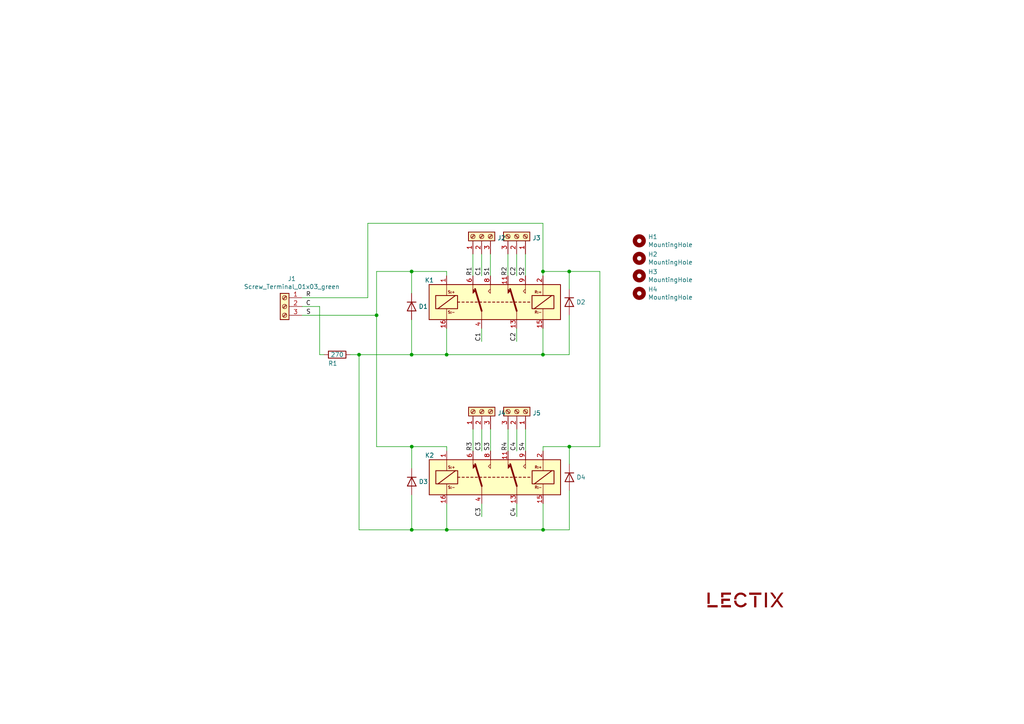
<source format=kicad_sch>
(kicad_sch (version 20211123) (generator eeschema)
  (paper "A4")
  (title_block (title "LEC022102 - Relais bistable universel 12V 4RT") (date "2023-04-19") (rev "1.0") (company "LECTIX"))
  (lib_symbols
    (symbol "0_connectors:Screw_Terminal_01x03_green" (pin_names (offset 1.016) hide)
      (property "Reference" "J" (at 0 5.08 0))
      (property "Value" "0_connectors_Screw_Terminal_01x03_green" (at 0 -5.08 0))
      (symbol "Screw_Terminal_01x03_green_1_1"
        (rectangle (start -1.27 3.81) (end 1.27 -3.81) (stroke (width 0.254)) (fill (type background)))
        (circle (center 0 -2.54) (radius 0.635) (stroke (width 0.1524)))
        (polyline (pts (xy -0.5334 -2.2098) (xy 0.3302 -3.048)) (stroke (width 0.1524)))
        (polyline (pts (xy -0.5334 0.3302) (xy 0.3302 -0.508)) (stroke (width 0.1524)))
        (polyline (pts (xy -0.5334 2.8702) (xy 0.3302 2.032)) (stroke (width 0.1524)))
        (polyline (pts (xy -0.3556 -2.032) (xy 0.508 -2.8702)) (stroke (width 0.1524)))
        (polyline (pts (xy -0.3556 0.508) (xy 0.508 -0.3302)) (stroke (width 0.1524)))
        (polyline (pts (xy -0.3556 3.048) (xy 0.508 2.2098)) (stroke (width 0.1524)))
        (circle (center 0 0) (radius 0.635) (stroke (width 0.1524)))
        (circle (center 0 2.54) (radius 0.635) (stroke (width 0.1524)))
        (pin passive line (at -5.08 2.54 0) (length 3.81) (name "Pin_1") (number "1"))
        (pin passive line (at -5.08 0 0) (length 3.81) (name "Pin_2") (number "2"))
        (pin passive line (at -5.08 -2.54 0) (length 3.81) (name "Pin_3") (number "3"))
      )
    )
    (symbol "0_logos:logo_lectix_25mm" (pin_names (offset 1.016))
      (symbol "logo_lectix_25mm_0_0"
        (polyline (pts (xy -10.1092 2.0574) (xy -10.668 2.0574) (xy -10.668 -1.1176) (xy -10.1092 -1.1176) (xy -10.1092 2.0574)) (stroke (width 0.0254)) (fill (type outline)))
        (polyline (pts (xy -7.7978 -1.5748) (xy -10.668 -1.5748) (xy -10.668 -2.1336) (xy -7.7978 -2.1336) (xy -7.7978 -1.5748)) (stroke (width 0.0254)) (fill (type outline)))
        (polyline (pts (xy -3.937 -1.5748) (xy -6.6548 -1.5748) (xy -6.6548 -2.1336) (xy -3.937 -2.1336) (xy -3.937 -1.5748)) (stroke (width 0.0254)) (fill (type outline)))
        (polyline (pts (xy 3.429 1.0922) (xy 2.8702 1.0922) (xy 2.8702 -2.1082) (xy 3.429 -2.1082) (xy 3.429 1.0922)) (stroke (width 0.0254)) (fill (type outline)))
        (polyline (pts (xy 4.8768 2.0828) (xy 1.4478 2.0828) (xy 1.4478 1.524) (xy 4.8768 1.524) (xy 4.8768 2.0828)) (stroke (width 0.0254)) (fill (type outline)))
        (polyline (pts (xy 6.5278 2.0828) (xy 5.9944 2.0828) (xy 5.9944 -2.1082) (xy 6.5278 -2.1082) (xy 6.5278 2.0828)) (stroke (width 0.0254)) (fill (type outline)))
        (polyline (pts (xy -6.1214 -0.254) (xy -4.2164 -0.254) (xy -4.2164 0.3048) (xy -6.6548 0.3048) (xy -6.6548 -1.1176) (xy -6.1214 -1.1176) (xy -6.1214 -0.254)) (stroke (width 0.0254)) (fill (type outline)))
        (polyline (pts (xy -6.1214 1.5494) (xy -3.937 1.5494) (xy -3.937 2.0828) (xy -6.6802 2.0828) (xy -6.6802 0.762) (xy -6.1214 0.762) (xy -6.1214 1.5494)) (stroke (width 0.0254)) (fill (type outline)))
        (polyline (pts (xy 8.9916 0.381) (xy 9.017 0.4318) (xy 9.0424 0.4572) (xy 9.0678 0.508) (xy 9.0932 0.5334) (xy 9.1186 0.5842) (xy 9.144 0.6096) (xy 9.144 0.635) (xy 9.1694 0.635) (xy 9.1694 0.6604) (xy 9.1186 0.7112) (xy 9.0678 0.8128) (xy 9.017 0.8636) (xy 8.9916 0.9144) (xy 8.9408 0.9906) (xy 8.89 1.0414) (xy 8.8392 1.1176) (xy 8.763 1.1938) (xy 8.7122 1.2954) (xy 8.6614 1.3716) (xy 8.128 2.0828) (xy 7.5692 2.0828) (xy 7.5692 2.0574) (xy 7.5946 2.0574) (xy 7.5946 2.032) (xy 7.6454 1.9812) (xy 7.6708 1.9304) (xy 7.7216 1.8796) (xy 7.747 1.8034) (xy 7.7978 1.7526) (xy 7.8994 1.6002) (xy 7.9756 1.524) (xy 8.0264 1.4478) (xy 8.1026 1.3462) (xy 8.1534 1.2446) (xy 8.2296 1.1684) (xy 8.255 1.1176) (xy 8.3312 1.0414) (xy 8.382 0.9398) (xy 8.4582 0.8636) (xy 8.509 0.762) (xy 8.5598 0.6858) (xy 8.6868 0.5588) (xy 8.7122 0.4826) (xy 8.763 0.4318) (xy 8.7884 0.381) (xy 8.8392 0.3556) (xy 8.8646 0.3048) (xy 8.8646 0.2794) (xy 8.89 0.2794) (xy 8.9916 0.381)) (stroke (width 0.0254)) (fill (type outline)))
        (polyline (pts (xy -2.3622 0.2794) (xy -2.3368 0.381) (xy -2.3368 0.508) (xy -2.3114 0.6096) (xy -2.286 0.6858) (xy -2.2352 0.8128) (xy -2.1844 0.9144) (xy -2.032 1.1176) (xy -1.9304 1.1938) (xy -1.8542 1.2954) (xy -1.7526 1.3462) (xy -1.6256 1.4224) (xy -1.524 1.4732) (xy -1.397 1.524) (xy -1.27 1.5494) (xy -0.8636 1.5494) (xy -0.762 1.524) (xy -0.635 1.4986) (xy -0.5334 1.4478) (xy -0.4064 1.397) (xy -0.3048 1.3462) (xy -0.2032 1.27) (xy -0.0508 1.1176) (xy 0.0508 0.9652) (xy 0.1016 0.9144) (xy 0.1016 0.889) (xy 0.127 0.8636) (xy 0.1778 0.8636) (xy 0.2286 0.9144) (xy 0.2794 0.9398) (xy 0.3048 0.9652) (xy 0.4064 1.016) (xy 0.4318 1.0414) (xy 0.4826 1.0668) (xy 0.5334 1.1176) (xy 0.5588 1.1176) (xy 0.5842 1.143) (xy 0.5842 1.1684) (xy 0.5588 1.1938) (xy 0.5588 1.2192) (xy 0.5334 1.2192) (xy 0.4572 1.3462) (xy 0.3556 1.4478) (xy 0.254 1.5748) (xy 0.1524 1.6764) (xy -0.2286 1.905) (xy -0.5334 2.0066) (xy -0.6604 2.0574) (xy -0.8128 2.0828) (xy -1.27 2.0828) (xy -1.3208 2.0574) (xy -1.4478 2.032) (xy -1.6002 2.0066) (xy -1.7272 1.9558) (xy -1.8034 1.9304) (xy -1.9558 1.8542) (xy -2.0828 1.778) (xy -2.1844 1.7018) (xy -2.3114 1.6002) (xy -2.413 1.4986) (xy -2.5146 1.3716) (xy -2.5908 1.27) (xy -2.7432 1.016) (xy -2.794 0.8636) (xy -2.8448 0.7366) (xy -2.8702 0.5842) (xy -2.8956 0.4572) (xy -2.8956 0.3048) (xy -2.921 0.1778) (xy -2.3622 0.1778) (xy -2.3622 0.2794)) (stroke (width 0.0254)) (fill (type outline)))
        (polyline (pts (xy -0.8636 -2.1082) (xy -0.6604 -2.1082) (xy -0.6096 -2.0828) (xy -0.4826 -2.0574) (xy -0.1778 -1.9558) (xy 0.0762 -1.8034) (xy 0.2032 -1.7018) (xy 0.3048 -1.6002) (xy 0.4318 -1.4986) (xy 0.5334 -1.3716) (xy 0.6096 -1.2446) (xy 0.635 -1.1938) (xy 0.6858 -1.143) (xy 0.6604 -1.1176) (xy 0.635 -1.1176) (xy 0.6096 -1.0922) (xy 0.5842 -1.0922) (xy 0.5588 -1.0668) (xy 0.3556 -0.9652) (xy 0.3302 -0.9398) (xy 0.2794 -0.9398) (xy 0.254 -0.9144) (xy 0.2032 -0.889) (xy 0.1778 -0.889) (xy 0.1778 -0.8636) (xy 0.1524 -0.889) (xy 0.1524 -0.9144) (xy 0.127 -0.9652) (xy -0.0254 -1.1684) (xy -0.3302 -1.397) (xy -0.4318 -1.4478) (xy -0.6858 -1.5494) (xy -0.7874 -1.5748) (xy -0.8382 -1.5748) (xy -0.9144 -1.6002) (xy -1.1684 -1.6002) (xy -1.27 -1.5748) (xy -1.397 -1.5494) (xy -1.651 -1.4478) (xy -1.7526 -1.3716) (xy -1.8542 -1.3208) (xy -1.8542 -1.2954) (xy -1.9558 -1.2192) (xy -2.0574 -1.1176) (xy -2.1336 -1.016) (xy -2.1844 -0.9144) (xy -2.2606 -0.8128) (xy -2.286 -0.6858) (xy -2.3368 -0.5588) (xy -2.3622 -0.4572) (xy -2.3622 -0.254) (xy -2.921 -0.254) (xy -2.921 -0.4318) (xy -2.8956 -0.4572) (xy -2.8956 -0.6096) (xy -2.8448 -0.762) (xy -2.794 -0.889) (xy -2.7432 -1.0414) (xy -2.5908 -1.2954) (xy -2.3876 -1.5494) (xy -2.3368 -1.5748) (xy -2.286 -1.651) (xy -2.2098 -1.7018) (xy -2.159 -1.7526) (xy -2.0828 -1.8034) (xy -2.0574 -1.8034) (xy -1.8034 -1.9558) (xy -1.651 -2.0066) (xy -1.524 -2.0574) (xy -1.3716 -2.0828) (xy -1.2446 -2.1082) (xy -1.1938 -2.1082) (xy -1.1684 -2.1336) (xy -0.9144 -2.1336) (xy -0.8636 -2.1082)) (stroke (width 0.0254)) (fill (type outline)))
        (polyline (pts (xy 11.2014 -2.0574) (xy 11.1506 -2.0066) (xy 11.1252 -1.9558) (xy 11.0236 -1.8542) (xy 10.8204 -1.5494) (xy 10.7442 -1.4478) (xy 10.6934 -1.3716) (xy 10.4648 -1.0668) (xy 10.4394 -1.016) (xy 10.287 -0.8128) (xy 10.2362 -0.7366) (xy 10.16 -0.635) (xy 10.1092 -0.5588) (xy 10.033 -0.4826) (xy 9.8806 -0.254) (xy 9.8552 -0.2032) (xy 9.8044 -0.1524) (xy 9.779 -0.1016) (xy 9.7536 -0.0762) (xy 9.7536 -0.0508) (xy 9.7282 -0.0508) (xy 9.7282 -0.0254) (xy 9.779 0.0254) (xy 9.8044 0.0762) (xy 9.8298 0.1016) (xy 9.8806 0.1778) (xy 9.906 0.2286) (xy 9.9568 0.3048) (xy 10.033 0.381) (xy 10.1346 0.5334) (xy 10.2108 0.6096) (xy 10.2616 0.7112) (xy 10.4902 1.016) (xy 11.2522 2.0574) (xy 10.668 2.0574) (xy 10.668 2.032) (xy 10.6426 2.0066) (xy 10.5918 1.905) (xy 10.4902 1.8034) (xy 10.3886 1.651) (xy 10.3124 1.5748) (xy 10.2616 1.4732) (xy 10.033 1.1684) (xy 9.9314 1.0414) (xy 9.8552 0.9398) (xy 9.7536 0.8128) (xy 9.6774 0.6858) (xy 9.5758 0.5334) (xy 9.4742 0.4064) (xy 9.3726 0.254) (xy 9.271 0.127) (xy 9.1694 -0.0254) (xy 7.6454 -2.0828) (xy 8.2296 -2.0828) (xy 8.255 -2.0574) (xy 8.255 -2.032) (xy 8.3058 -1.9812) (xy 8.3312 -1.9304) (xy 8.382 -1.8796) (xy 8.4074 -1.8288) (xy 8.5598 -1.6002) (xy 8.636 -1.524) (xy 8.6868 -1.4478) (xy 8.763 -1.3462) (xy 8.8392 -1.27) (xy 8.89 -1.1938) (xy 8.9408 -1.0922) (xy 9.017 -1.016) (xy 9.2202 -0.7112) (xy 9.3218 -0.6096) (xy 9.3726 -0.508) (xy 9.4234 -0.4572) (xy 9.4234 -0.4318) (xy 9.4488 -0.4318) (xy 9.4488 -0.4572) (xy 9.525 -0.5334) (xy 9.5504 -0.5842) (xy 9.6012 -0.635) (xy 9.6266 -0.7112) (xy 9.6774 -0.762) (xy 9.779 -0.9144) (xy 9.8552 -0.9906) (xy 9.906 -1.0922) (xy 9.9822 -1.1684) (xy 10.033 -1.27) (xy 10.6426 -2.1082) (xy 11.2014 -2.1082) (xy 11.2014 -2.0574)) (stroke (width 0.0254)) (fill (type outline)))
      )
    )
    (symbol "0_relays:HFD2-012-M-L2"
      (property "Reference" "K" (at 21.59 3.81 0))
      (property "Value" "0_relays_HFD2-012-M-L2" (at 21.59 1.27 0))
      (symbol "HFD2-012-M-L2_0_0"
        (text "R:+" (at 13.843 2.921 0) (effects (font (size 0.762 0.762))))
        (text "R:-" (at 13.843 -2.921 0) (effects (font (size 0.762 0.762))))
        (text "S:+" (at -11.303 2.921 0) (effects (font (size 0.762 0.762))))
        (text "S:-" (at -11.303 -2.921 0) (effects (font (size 0.762 0.762))))
      )
      (symbol "HFD2-012-M-L2_0_1"
        (rectangle (start -17.78 5.08) (end 20.32 -5.08) (stroke (width 0.254)) (fill (type background)))
        (rectangle (start -15.875 1.905) (end -9.525 -1.905) (stroke (width 0.254)))
        (polyline (pts (xy -15.24 -1.905) (xy -10.16 1.905)) (stroke (width 0.254)))
        (polyline (pts (xy -12.7 -5.08) (xy -12.7 -1.905)))
        (polyline (pts (xy -12.7 5.08) (xy -12.7 1.905)))
        (polyline (pts (xy -9.525 0) (xy -8.89 0)) (stroke (width 0.254)))
        (polyline (pts (xy -8.255 0) (xy -7.62 0)) (stroke (width 0.254)))
        (polyline (pts (xy -6.985 0) (xy -6.35 0)) (stroke (width 0.254)))
        (polyline (pts (xy -5.715 0) (xy -5.08 0)) (stroke (width 0.254)))
        (polyline (pts (xy -4.445 0) (xy -3.81 0)) (stroke (width 0.254)))
        (polyline (pts (xy -3.175 0) (xy -2.54 0)) (stroke (width 0.254)))
        (polyline (pts (xy -2.54 -2.54) (xy -4.445 3.81)) (stroke (width 0.508)))
        (polyline (pts (xy -2.54 -2.54) (xy -2.54 -5.08)))
        (polyline (pts (xy -1.905 0) (xy -1.27 0)) (stroke (width 0.254)))
        (polyline (pts (xy -0.635 0) (xy 0 0)) (stroke (width 0.254)))
        (polyline (pts (xy 0.635 0) (xy 1.27 0)) (stroke (width 0.254)))
        (polyline (pts (xy 1.905 0) (xy 2.54 0)) (stroke (width 0.254)))
        (polyline (pts (xy 3.175 0) (xy 3.81 0)) (stroke (width 0.254)))
        (polyline (pts (xy 4.445 0) (xy 5.08 0)) (stroke (width 0.254)))
        (polyline (pts (xy 5.715 0) (xy 6.35 0)) (stroke (width 0.254)))
        (polyline (pts (xy 6.985 0) (xy 7.62 0)) (stroke (width 0.254)))
        (polyline (pts (xy 7.62 -2.54) (xy 5.715 3.81)) (stroke (width 0.508)))
        (polyline (pts (xy 7.62 -2.54) (xy 7.62 -5.08)))
        (polyline (pts (xy 8.255 0) (xy 8.89 0)) (stroke (width 0.254)))
        (polyline (pts (xy 9.525 0) (xy 10.16 0)) (stroke (width 0.254)))
        (polyline (pts (xy 10.795 0) (xy 11.43 0)) (stroke (width 0.254)))
        (polyline (pts (xy 12.7 -1.905) (xy 17.78 1.905)) (stroke (width 0.254)))
        (polyline (pts (xy 15.24 -5.08) (xy 15.24 -1.905)))
        (polyline (pts (xy 15.24 5.08) (xy 15.24 1.905)))
        (polyline (pts (xy -5.08 5.08) (xy -5.08 2.54) (xy -4.445 3.175) (xy -5.08 3.81)) (fill (type outline)))
        (polyline (pts (xy 0 5.08) (xy 0 2.54) (xy -0.635 3.175) (xy 0 3.81)))
        (polyline (pts (xy 5.08 5.08) (xy 5.08 2.54) (xy 5.715 3.175) (xy 5.08 3.81)) (fill (type outline)))
        (polyline (pts (xy 10.16 5.08) (xy 10.16 2.54) (xy 9.525 3.175) (xy 10.16 3.81)))
        (rectangle (start 12.065 1.905) (end 18.415 -1.905) (stroke (width 0.254)))
      )
      (symbol "HFD2-012-M-L2_1_1"
        (pin passive line (at -12.7 7.62 270) (length 2.54) (name "~") (number "1"))
        (pin passive line (at 5.08 7.62 270) (length 2.54) (name "~") (number "11"))
        (pin passive line (at 7.62 -7.62 90) (length 2.54) (name "~") (number "13"))
        (pin passive line (at 15.24 -7.62 90) (length 2.54) (name "~") (number "15"))
        (pin passive line (at -12.7 -7.62 90) (length 2.54) (name "~") (number "16"))
        (pin passive line (at 15.24 7.62 270) (length 2.54) (name "~") (number "2"))
        (pin passive line (at -2.54 -7.62 90) (length 2.54) (name "~") (number "4"))
        (pin passive line (at -5.08 7.62 270) (length 2.54) (name "~") (number "6"))
        (pin passive line (at 0 7.62 270) (length 2.54) (name "~") (number "8"))
        (pin passive line (at 10.16 7.62 270) (length 2.54) (name "~") (number "9"))
      )
    )
    (symbol "Device:R" (pin_numbers hide) (pin_names (offset 0))
      (property "Reference" "R" (at 2.032 0 90))
      (property "Value" "R" (at 0 0 90))
      (symbol "R_0_1"
        (rectangle (start -1.016 -2.54) (end 1.016 2.54) (stroke (width 0.254)))
      )
      (symbol "R_1_1"
        (pin passive line (at 0 3.81 270) (length 1.27) (name "~") (number "1"))
        (pin passive line (at 0 -3.81 90) (length 1.27) (name "~") (number "2"))
      )
    )
    (symbol "Diode:1N4148W" (pin_numbers hide) (pin_names (offset 1.016) hide)
      (property "Reference" "D" (at 0 2.54 0))
      (property "Value" "1N4148W" (at 0 -2.54 0))
      (symbol "1N4148W_0_1"
        (polyline (pts (xy -1.27 1.27) (xy -1.27 -1.27)) (stroke (width 0.254)))
        (polyline (pts (xy 1.27 0) (xy -1.27 0)))
        (polyline (pts (xy 1.27 1.27) (xy 1.27 -1.27) (xy -1.27 0) (xy 1.27 1.27)) (stroke (width 0.254)))
      )
      (symbol "1N4148W_1_1"
        (pin passive line (at -3.81 0 0) (length 2.54) (name "K") (number "1"))
        (pin passive line (at 3.81 0 180) (length 2.54) (name "A") (number "2"))
      )
    )
    (symbol "Mechanical:MountingHole" (pin_names (offset 1.016))
      (property "Reference" "H" (at 0 5.08 0))
      (property "Value" "MountingHole" (at 0 3.175 0))
      (symbol "MountingHole_0_1"
        (circle (center 0 0) (radius 1.27) (stroke (width 1.27)))
      )
    )
    (symbol "Screw_Terminal_01x03_blue_1" (pin_names (offset 1.016) hide)
      (property "Reference" "J" (at 0 5.08 0))
      (symbol "Screw_Terminal_01x03_blue_1_1_1"
        (rectangle (start -1.27 3.81) (end 1.27 -3.81) (stroke (width 0.254)) (fill (type background)))
        (circle (center 0 -2.54) (radius 0.635) (stroke (width 0.1524)))
        (polyline (pts (xy -0.5334 -2.2098) (xy 0.3302 -3.048)) (stroke (width 0.1524)))
        (polyline (pts (xy -0.5334 0.3302) (xy 0.3302 -0.508)) (stroke (width 0.1524)))
        (polyline (pts (xy -0.5334 2.8702) (xy 0.3302 2.032)) (stroke (width 0.1524)))
        (polyline (pts (xy -0.3556 -2.032) (xy 0.508 -2.8702)) (stroke (width 0.1524)))
        (polyline (pts (xy -0.3556 0.508) (xy 0.508 -0.3302)) (stroke (width 0.1524)))
        (polyline (pts (xy -0.3556 3.048) (xy 0.508 2.2098)) (stroke (width 0.1524)))
        (circle (center 0 0) (radius 0.635) (stroke (width 0.1524)))
        (circle (center 0 2.54) (radius 0.635) (stroke (width 0.1524)))
        (pin passive line (at -5.08 2.54 0) (length 3.81) (name "Pin_1") (number "1"))
        (pin passive line (at -5.08 0 0) (length 3.81) (name "Pin_2") (number "2"))
        (pin passive line (at -5.08 -2.54 0) (length 3.81) (name "Pin_3") (number "3"))
      )
    )
  )
  (junction (at 165.137 129.54))
  (junction (at 119.417 129.54))
  (junction (at 129.577 153.67))
  (junction (at 157.48 102.87))
  (junction (at 119.38 78.74))
  (junction (at 157.48 78.74))
  (junction (at 119.417 153.67))
  (junction (at 104.14 102.87))
  (junction (at 157.517 153.67))
  (junction (at 119.38 102.87))
  (junction (at 165.1 78.74))
  (junction (at 109.22 91.44))
  (junction (at 129.54 102.87))
  (wire (pts (xy 139.737 124.46) (xy 139.737 130.81)))
  (wire (pts (xy 119.417 143.51) (xy 119.417 153.67)))
  (wire (pts (xy 92.71 88.9) (xy 92.71 102.87)))
  (wire (pts (xy 87.63 86.36) (xy 106.68 86.36)))
  (wire (pts (xy 119.417 135.89) (xy 119.417 129.54)))
  (wire (pts (xy 147.32 73.66) (xy 147.32 80.01)))
  (wire (pts (xy 165.137 129.54) (xy 173.99 129.54)))
  (wire (pts (xy 165.1 83.82) (xy 165.1 78.74)))
  (wire (pts (xy 165.1 91.44) (xy 165.1 102.87)))
  (wire (pts (xy 157.48 78.74) (xy 157.48 80.01)))
  (wire (pts (xy 173.99 78.74) (xy 165.1 78.74)))
  (wire (pts (xy 173.99 129.54) (xy 173.99 78.74)))
  (wire (pts (xy 104.14 102.87) (xy 119.38 102.87)))
  (wire (pts (xy 142.24 73.66) (xy 142.24 80.01)))
  (wire (pts (xy 165.137 153.67) (xy 157.517 153.67)))
  (wire (pts (xy 152.4 73.66) (xy 152.4 80.01)))
  (wire (pts (xy 92.71 88.9) (xy 87.63 88.9)))
  (wire (pts (xy 149.86 73.66) (xy 149.86 80.01)))
  (wire (pts (xy 157.48 102.87) (xy 157.48 95.25)))
  (wire (pts (xy 106.68 86.36) (xy 106.68 64.77)))
  (wire (pts (xy 152.437 124.46) (xy 152.437 130.81)))
  (wire (pts (xy 149.897 124.46) (xy 149.897 130.81)))
  (wire (pts (xy 137.197 124.46) (xy 137.197 130.81)))
  (wire (pts (xy 165.137 134.62) (xy 165.137 129.54)))
  (wire (pts (xy 129.54 102.87) (xy 157.48 102.87)))
  (wire (pts (xy 129.54 78.74) (xy 129.54 80.01)))
  (wire (pts (xy 109.22 78.74) (xy 119.38 78.74)))
  (wire (pts (xy 129.577 129.54) (xy 129.577 130.81)))
  (wire (pts (xy 92.71 102.87) (xy 93.98 102.87)))
  (wire (pts (xy 157.517 153.67) (xy 157.517 146.05)))
  (wire (pts (xy 165.1 102.87) (xy 157.48 102.87)))
  (wire (pts (xy 147.357 124.46) (xy 147.357 130.81)))
  (wire (pts (xy 165.137 142.24) (xy 165.137 153.67)))
  (wire (pts (xy 149.86 95.25) (xy 149.86 99.06)))
  (wire (pts (xy 139.7 73.66) (xy 139.7 80.01)))
  (wire (pts (xy 104.14 153.67) (xy 119.417 153.67)))
  (wire (pts (xy 157.517 129.54) (xy 157.517 130.81)))
  (wire (pts (xy 142.277 124.46) (xy 142.277 130.81)))
  (wire (pts (xy 109.22 129.54) (xy 119.417 129.54)))
  (wire (pts (xy 119.38 78.74) (xy 129.54 78.74)))
  (wire (pts (xy 119.38 92.71) (xy 119.38 102.87)))
  (wire (pts (xy 139.7 95.25) (xy 139.7 99.06)))
  (wire (pts (xy 119.38 85.09) (xy 119.38 78.74)))
  (wire (pts (xy 157.517 129.54) (xy 165.137 129.54)))
  (wire (pts (xy 129.54 95.25) (xy 129.54 102.87)))
  (wire (pts (xy 165.1 78.74) (xy 157.48 78.74)))
  (wire (pts (xy 137.16 73.66) (xy 137.16 80.01)))
  (wire (pts (xy 104.14 102.87) (xy 104.14 153.67)))
  (wire (pts (xy 149.897 146.05) (xy 149.897 149.86)))
  (wire (pts (xy 101.6 102.87) (xy 104.14 102.87)))
  (wire (pts (xy 157.48 64.77) (xy 157.48 78.74)))
  (wire (pts (xy 119.417 153.67) (xy 129.577 153.67)))
  (wire (pts (xy 109.22 91.44) (xy 109.22 78.74)))
  (wire (pts (xy 87.63 91.44) (xy 109.22 91.44)))
  (wire (pts (xy 139.737 146.05) (xy 139.737 149.86)))
  (wire (pts (xy 109.22 91.44) (xy 109.22 129.54)))
  (wire (pts (xy 119.38 102.87) (xy 129.54 102.87)))
  (wire (pts (xy 119.417 129.54) (xy 129.577 129.54)))
  (wire (pts (xy 106.68 64.77) (xy 157.48 64.77)))
  (wire (pts (xy 129.577 153.67) (xy 157.517 153.67)))
  (wire (pts (xy 129.577 146.05) (xy 129.577 153.67)))
  (label "S1" (at 142.24 80.01 90))
  (label "C1" (at 139.7 99.06 90))
  (label "C3" (at 139.737 130.81 90))
  (label "C2" (at 149.86 80.01 90))
  (label "S2" (at 152.4 80.01 90))
  (label "C2" (at 149.86 99.06 90))
  (label "R2" (at 147.32 80.01 90))
  (label "R3" (at 137.197 130.81 90))
  (label "S" (at 90.17 91.44 180))
  (label "R" (at 90.17 86.36 180))
  (label "S4" (at 152.437 130.81 90))
  (label "C1" (at 139.7 80.01 90))
  (label "C" (at 90.17 88.9 180))
  (label "C4" (at 149.897 149.86 90))
  (label "S3" (at 142.277 130.81 90))
  (label "C4" (at 149.897 130.81 90))
  (label "C3" (at 139.737 149.86 90))
  (label "R4" (at 147.357 130.81 90))
  (label "R1" (at 137.16 80.01 90))
  (symbol (lib_id "0_relays:HFD2-012-M-L2") (at 142.24 87.63 0) (unit 1)
    (property "Reference" "K1" (at 123.19 81.28 0) (effects (justify left)))
    (property "Value" "HFD2-012-M-L2" (effects hide))
    (property "Footprint" "0_relays:Relay_DPDT_HFD2-xxx-M-L2" (effects hide))
    (property "Datasheet" "https://pdf1.alldatasheet.com/datasheet-pdf/view/660906/HONGFA/HFD2/012-M-L2-D/+4W1928V.MMhhDdlKIvgYzDl/1M/1HPu+/datasheet.pdf" (effects hide))
    (property "LCSC" "C399484" (effects hide))
  )
  (symbol (lib_id "Diode:1N4148W") (at 119.38 88.9 270) (unit 1)
    (property "Reference" "D1" (at 121.412 88.9 90) (effects (justify left)))
    (property "Value" "1N4148W" (effects hide))
    (property "Footprint" "Diode_SMD:D_SOD-123" (effects hide))
    (property "Datasheet" "https://www.vishay.com/docs/85748/1n4148w.pdf" (effects hide))
    (property "LCSC" "C81598" (effects hide))
  )
  (symbol (lib_id "Diode:1N4148W") (at 165.1 87.63 270) (unit 1)
    (property "Reference" "D2" (at 167.132 87.63 90) (effects (justify left)))
    (property "Value" "1N4148W" (effects hide))
    (property "Footprint" "Diode_SMD:D_SOD-123" (effects hide))
    (property "Datasheet" "https://www.vishay.com/docs/85748/1n4148w.pdf" (effects hide))
    (property "LCSC" "C81598" (effects hide))
  )
  (symbol (lib_id "Device:R") (at 97.79 102.87 270) (unit 1)
    (property "Reference" "R1" (at 96.52 105.41 90))
    (property "Value" "270" (at 97.79 102.87 90))
    (property "Footprint" "Resistor_SMD:R_0805_2012Metric" (effects hide))
    (property "LCSC" "C17590" (effects hide))
  )
  (symbol (lib_id "0_connectors:Screw_Terminal_01x03_green") (at 82.55 88.9 0) (mirror y) (unit 1)
    (property "Reference" "J1" (at 84.6328 80.8482 0))
    (property "Value" "Screw_Terminal_01x03_green" (at 84.6328 83.1596 0))
    (property "Footprint" "0_connectors:TerminalBlock_bornier-3_P5.08mm-green" (effects hide))
    (property "Datasheet" "1912111437_DIBO-DB126V-5-0-3P-GN_C395850.pdf" (effects hide))
    (property "LCSC" "C395850" (effects hide))
    (property "MPN" "DB126V-5.0-3P-GN" (effects hide))
    (property "Supplier" "LCSC" (effects hide))
    (property "Mfr" "DIBO" (effects hide))
    (property "JLCPCB_CORRECTION" "0;0;180" (effects hide))
  )
  (symbol (lib_id "0_logos:logo_lectix_25mm") (at 215.9 173.99 0) (unit 1) (in_bom no)
    (property "Reference" "LOGO1" (effects hide))
    (property "Value" "logo_lectix_25mm" (effects hide))
    (property "Footprint" "0_logos:Logo_10mm" (effects hide))
    (property "JLCPCB BOM" "0" (effects hide))
  )
  (symbol (lib_id "Mechanical:MountingHole") (at 185.42 69.85 0) (unit 1) (in_bom no)
    (property "Reference" "H1" (at 187.96 68.6816 0) (effects (justify left)))
    (property "Value" "MountingHole" (at 187.96 70.993 0) (effects (justify left)))
    (property "Footprint" "0_mechanical:MountingHole_3.2mm_M3" (effects hide))
    (property "JLCPCB BOM" "0" (effects hide))
  )
  (symbol (lib_id "Mechanical:MountingHole") (at 185.42 74.93 0) (unit 1) (in_bom no)
    (property "Reference" "H2" (at 187.96 73.7616 0) (effects (justify left)))
    (property "Value" "MountingHole" (at 187.96 76.073 0) (effects (justify left)))
    (property "Footprint" "0_mechanical:MountingHole_3.2mm_M3" (effects hide))
    (property "JLCPCB BOM" "0" (effects hide))
  )
  (symbol (lib_id "Mechanical:MountingHole") (at 185.42 80.01 0) (unit 1) (in_bom no)
    (property "Reference" "H3" (at 187.96 78.8416 0) (effects (justify left)))
    (property "Value" "MountingHole" (at 187.96 81.153 0) (effects (justify left)))
    (property "Footprint" "0_mechanical:MountingHole_3.2mm_M3" (effects hide))
    (property "JLCPCB BOM" "0" (effects hide))
  )
  (symbol (lib_id "Mechanical:MountingHole") (at 185.42 85.09 0) (unit 1) (in_bom no)
    (property "Reference" "H4" (at 187.96 83.9216 0) (effects (justify left)))
    (property "Value" "MountingHole" (at 187.96 86.233 0) (effects (justify left)))
    (property "Footprint" "0_mechanical:MountingHole_3.2mm_M3" (effects hide))
    (property "JLCPCB BOM" "0" (effects hide))
  )
  (symbol (lib_id "Diode:1N4148W") (at 119.417 139.7 270) (unit 1)
    (property "Reference" "D3" (at 121.449 139.7 90) (effects (justify left)))
    (property "Value" "1N4148W" (effects hide))
    (property "Footprint" "Diode_SMD:D_SOD-123" (effects hide))
    (property "Datasheet" "https://www.vishay.com/docs/85748/1n4148w.pdf" (effects hide))
    (property "LCSC" "C81598" (effects hide))
  )
  (symbol (lib_name "Screw_Terminal_01x03_blue_1") (lib_id "0_connectors:Screw_Terminal_01x03_blue") (at 149.897 119.38 270) (mirror x) (unit 1)
    (property "Reference" "J5" (at 154.469 119.8138 90) (effects (justify left)))
    (property "Value" "Screw_Terminal_01x03_blue" (effects hide))
    (property "Footprint" "0_connectors:TerminalBlock_bornier-3_P5.08mm-blue" (effects hide))
    (property "Datasheet" "https://datasheet.lcsc.com/szlcsc/1912111437_DIBO-DB301V-5-0-3P-BU-S_C395881.pdf" (effects hide))
    (property "LCSC" "C430620" (effects hide))
    (property "MPN" "DB301V-5.0-3P-BU-P" (effects hide))
    (property "Supplier" "LCSC" (effects hide))
    (property "Mfr" "DIBO" (effects hide))
    (property "JLCPCB_CORRECTION" "0;0;180" (effects hide))
  )
  (symbol (lib_name "Screw_Terminal_01x03_blue_1") (lib_id "0_connectors:Screw_Terminal_01x03_blue") (at 139.7 68.58 90) (unit 1)
    (property "Reference" "J2" (at 144.272 69.0138 90) (effects (justify right)))
    (property "Value" "Screw_Terminal_01x03_blue" (effects hide))
    (property "Footprint" "0_connectors:TerminalBlock_bornier-3_P5.08mm-blue" (effects hide))
    (property "Datasheet" "https://datasheet.lcsc.com/szlcsc/1912111437_DIBO-DB301V-5-0-3P-BU-S_C395881.pdf" (effects hide))
    (property "LCSC" "C430620" (effects hide))
    (property "MPN" "DB301V-5.0-3P-BU-P" (effects hide))
    (property "Supplier" "LCSC" (effects hide))
    (property "Mfr" "DIBO" (effects hide))
    (property "JLCPCB_CORRECTION" "0;0;180" (effects hide))
  )
  (symbol (lib_name "Screw_Terminal_01x03_blue_1") (lib_id "0_connectors:Screw_Terminal_01x03_blue") (at 139.737 119.38 90) (unit 1)
    (property "Reference" "J4" (at 144.309 119.8138 90) (effects (justify right)))
    (property "Value" "Screw_Terminal_01x03_blue" (effects hide))
    (property "Footprint" "0_connectors:TerminalBlock_bornier-3_P5.08mm-blue" (effects hide))
    (property "Datasheet" "https://datasheet.lcsc.com/szlcsc/1912111437_DIBO-DB301V-5-0-3P-BU-S_C395881.pdf" (effects hide))
    (property "LCSC" "C430620" (effects hide))
    (property "MPN" "DB301V-5.0-3P-BU-P" (effects hide))
    (property "Supplier" "LCSC" (effects hide))
    (property "Mfr" "DIBO" (effects hide))
    (property "JLCPCB_CORRECTION" "0;0;180" (effects hide))
  )
  (symbol (lib_name "Screw_Terminal_01x03_blue_1") (lib_id "0_connectors:Screw_Terminal_01x03_blue") (at 149.86 68.58 270) (mirror x) (unit 1)
    (property "Reference" "J3" (at 154.432 69.0138 90) (effects (justify left)))
    (property "Value" "Screw_Terminal_01x03_blue" (effects hide))
    (property "Footprint" "0_connectors:TerminalBlock_bornier-3_P5.08mm-blue" (effects hide))
    (property "Datasheet" "https://datasheet.lcsc.com/szlcsc/1912111437_DIBO-DB301V-5-0-3P-BU-S_C395881.pdf" (effects hide))
    (property "LCSC" "C430620" (effects hide))
    (property "MPN" "DB301V-5.0-3P-BU-P" (effects hide))
    (property "Supplier" "LCSC" (effects hide))
    (property "Mfr" "DIBO" (effects hide))
    (property "JLCPCB_CORRECTION" "0;0;180" (effects hide))
  )
  (symbol (lib_id "0_relays:HFD2-012-M-L2") (at 142.277 138.43 0) (unit 1)
    (property "Reference" "K2" (at 123.227 132.08 0) (effects (justify left)))
    (property "Value" "HFD2-012-M-L2" (effects hide))
    (property "Footprint" "0_relays:Relay_DPDT_HFD2-xxx-M-L2" (effects hide))
    (property "Datasheet" "https://pdf1.alldatasheet.com/datasheet-pdf/view/660906/HONGFA/HFD2/012-M-L2-D/+4W1928V.MMhhDdlKIvgYzDl/1M/1HPu+/datasheet.pdf" (effects hide))
    (property "LCSC" "C399484" (effects hide))
  )
  (symbol (lib_id "Diode:1N4148W") (at 165.137 138.43 270) (unit 1)
    (property "Reference" "D4" (at 167.169 138.43 90) (effects (justify left)))
    (property "Value" "1N4148W" (effects hide))
    (property "Footprint" "Diode_SMD:D_SOD-123" (effects hide))
    (property "Datasheet" "https://www.vishay.com/docs/85748/1n4148w.pdf" (effects hide))
    (property "LCSC" "C81598" (effects hide))
  )
)
</source>
